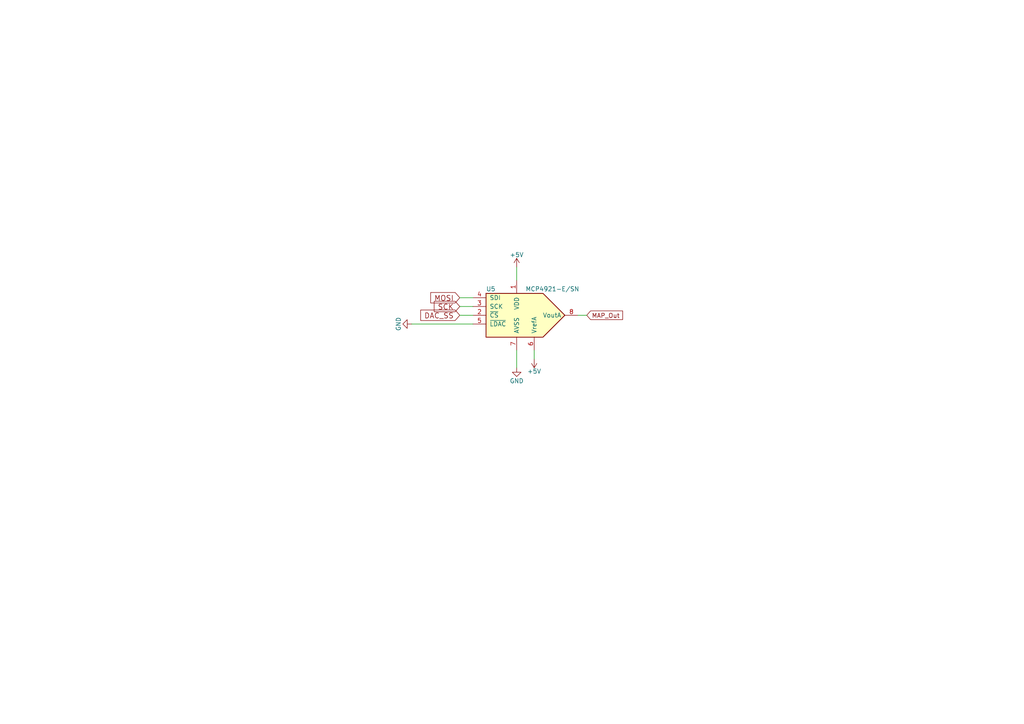
<source format=kicad_sch>
(kicad_sch (version 20230121) (generator eeschema)
  (paper "A4")
  (lib_symbols
    (symbol "SpeedyMAP-rescue:+5V" (power) (pin_names (offset 0))
      (property "Value" "+5V" (at 0 3.556 0))
      (symbol "+5V_0_1"
        (polyline (pts (xy -0.762 1.27) (xy 0 2.54)))
        (polyline (pts (xy 0 0) (xy 0 2.54)))
        (polyline (pts (xy 0 2.54) (xy 0.762 1.27)))
      )
      (symbol "+5V_1_1"
        (pin power_in line (at 0 0 90) (length 0) hide (name "+5V") (number "1"))
      )
    )
    (symbol "SpeedyMAP-rescue:GND" (power) (pin_names (offset 0))
      (property "Value" "GND" (at 0 -3.81 0))
      (symbol "GND_0_1"
        (polyline (pts (xy 0 0) (xy 0 -1.27) (xy 1.27 -1.27) (xy 0 -2.54) (xy -1.27 -1.27) (xy 0 -1.27)))
      )
      (symbol "GND_1_1"
        (pin power_in line (at 0 0 270) (length 0) hide (name "GND") (number "1"))
      )
    )
    (symbol "SpeedyMAP-rescue:MCP4921-E/SN" (pin_names (offset 1.016))
      (property "Reference" "U" (at -11.43 7.62 0))
      (property "Value" "MCP4921-E/SN" (at 0 7.62 0))
      (symbol "MCP4921-E/SN_0_1"
        (polyline (pts (xy -11.43 6.35) (xy 5.08 6.35) (xy 11.43 0) (xy 5.08 -6.35) (xy -11.43 -6.35) (xy -11.43 6.35)) (stroke (width 0.254)) (fill (type background)))
      )
      (symbol "MCP4921-E/SN_1_1"
        (pin power_in line (at -2.54 10.16 270) (length 3.81) (name "VDD") (number "1"))
        (pin input line (at -15.24 0 0) (length 3.81) (name "~{CS}") (number "2"))
        (pin input line (at -15.24 2.54 0) (length 3.81) (name "SCK") (number "3"))
        (pin input line (at -15.24 5.08 0) (length 3.81) (name "SDI") (number "4"))
        (pin input line (at -15.24 -2.54 0) (length 3.81) (name "~{LDAC}") (number "5"))
        (pin passive line (at 2.54 -10.16 90) (length 3.81) (name "VrefA") (number "6"))
        (pin power_in line (at -2.54 -10.16 90) (length 3.81) (name "AVSS") (number "7"))
        (pin passive line (at 15.24 0 180) (length 3.81) (name "VoutA") (number "8"))
      )
    )
  )
  (wire (pts (xy 133.35 86.36) (xy 137.16 86.36)))
  (wire (pts (xy 154.94 104.14) (xy 154.94 101.6)))
  (wire (pts (xy 149.86 106.68) (xy 149.86 101.6)))
  (wire (pts (xy 133.35 88.9) (xy 137.16 88.9)))
  (wire (pts (xy 167.64 91.44) (xy 170.18 91.44)))
  (wire (pts (xy 149.86 77.47) (xy 149.86 81.28)))
  (wire (pts (xy 133.35 91.44) (xy 137.16 91.44)))
  (wire (pts (xy 119.38 93.98) (xy 137.16 93.98)))
  (global_label "DAC_SS" (shape input) (at 133.35 91.44 180) (effects (font (size 1.524 1.524))) (property "Intersheetrefs" "${INTERSHEET_REFS}" (effects hide)))
  (global_label "SCK" (shape input) (at 133.35 88.9 180) (effects (font (size 1.524 1.524))) (property "Intersheetrefs" "${INTERSHEET_REFS}" (effects hide)))
  (global_label "MAP_Out" (shape input) (at 170.18 91.44 0) (property "Intersheetrefs" "${INTERSHEET_REFS}" (effects hide)))
  (global_label "MOSI" (shape input) (at 133.35 86.36 180) (effects (font (size 1.524 1.524))) (property "Intersheetrefs" "${INTERSHEET_REFS}" (effects hide)))
  (symbol (lib_id "SpeedyMAP-rescue:GND") (at 149.86 106.68 0) (unit 1)
    (property "Reference" "#PWR3" (effects hide))
    (property "Value" "GND" (at 149.86 110.49 0))
    (instances (project "SpeedyMAP" (path "" (reference "#PWR3") (unit 1)) (path "" (reference "#PWR03") (unit 1))))
  )
  (symbol (lib_id "SpeedyMAP-rescue:MCP4921-E/SN") (at 152.4 91.44 0) (unit 1)
    (property "Reference" "U5" (at 140.97 83.82 0) (effects (justify left)))
    (property "Value" "MCP4921-E/SN" (at 152.4 83.82 0) (effects (justify left)))
    (property "Footprint" "Housings_SOIC:SOIC-8_3.9x4.9mm_Pitch1.27mm" (effects hide))
  )
  (symbol (lib_id "SpeedyMAP-rescue:+5V") (at 154.94 104.14 180) (unit 1)
    (property "Reference" "#PWR4" (effects hide))
    (property "Value" "+5V" (at 154.94 107.696 0))
    (instances (project "SpeedyMAP" (path "" (reference "#PWR4") (unit 1)) (path "" (reference "#PWR04") (unit 1))))
  )
  (symbol (lib_id "SpeedyMAP-rescue:GND") (at 119.38 93.98 270) (unit 1)
    (property "Reference" "#PWR1" (effects hide))
    (property "Value" "GND" (at 115.57 93.98 0))
    (instances (project "SpeedyMAP" (path "" (reference "#PWR1") (unit 1)) (path "" (reference "#PWR01") (unit 1))))
  )
  (symbol (lib_id "SpeedyMAP-rescue:+5V") (at 149.86 77.47 0) (unit 1)
    (property "Reference" "#PWR2" (effects hide))
    (property "Value" "+5V" (at 149.86 73.914 0))
    (instances (project "SpeedyMAP" (path "" (reference "#PWR2") (unit 1)) (path "" (reference "#PWR02") (unit 1))))
  )
)
</source>
